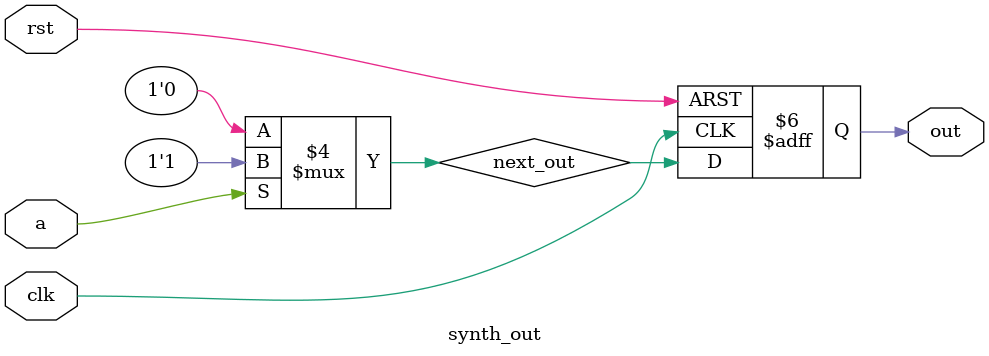
<source format=sv>
module synth_out(
    input clk,
    input rst,
    input a,
    output reg out
);
    reg next_out;

    always @(*) begin
        next_out = 0;

        if(a) begin
            next_out = 1;
        end
    end

    always @(posedge clk, posedge rst) begin
        if(rst) begin
            out <= 0;
        end else begin
            out <= next_out;
        end
    end
endmodule

</source>
